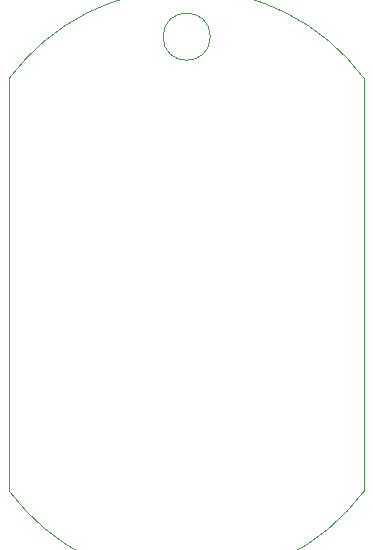
<source format=gbr>
%TF.GenerationSoftware,KiCad,Pcbnew,7.0.1*%
%TF.CreationDate,2023-04-06T12:09:15+02:00*%
%TF.ProjectId,LED_Dogtag_HW,4c45445f-446f-4677-9461-675f48572e6b,1.0*%
%TF.SameCoordinates,Original*%
%TF.FileFunction,Profile,NP*%
%FSLAX46Y46*%
G04 Gerber Fmt 4.6, Leading zero omitted, Abs format (unit mm)*
G04 Created by KiCad (PCBNEW 7.0.1) date 2023-04-06 12:09:15*
%MOMM*%
%LPD*%
G01*
G04 APERTURE LIST*
%TA.AperFunction,Profile*%
%ADD10C,0.100000*%
%TD*%
G04 APERTURE END LIST*
D10*
X88800003Y-71299999D02*
G75*
G03*
X118799999Y-71299999I14999998J11199999D01*
G01*
X118799999Y-36300001D02*
G75*
G03*
X88800003Y-36300001I-14999998J-11199999D01*
G01*
X118800001Y-36300000D02*
X118800001Y-71300000D01*
X88800001Y-36300000D02*
X88800001Y-71300000D01*
X105800001Y-32800000D02*
G75*
G03*
X105800001Y-32800000I-2000000J0D01*
G01*
M02*

</source>
